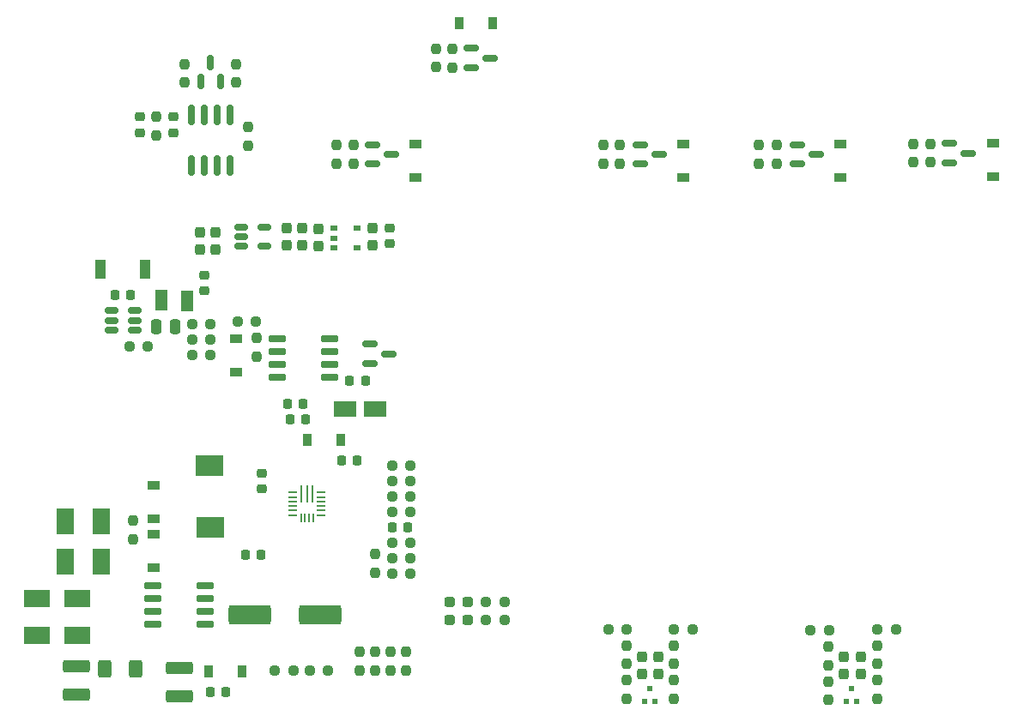
<source format=gbr>
%TF.GenerationSoftware,KiCad,Pcbnew,(6.0.8)*%
%TF.CreationDate,2023-11-14T22:22:02+13:00*%
%TF.ProjectId,Brain,42726169-6e2e-46b6-9963-61645f706362,rev?*%
%TF.SameCoordinates,Original*%
%TF.FileFunction,Paste,Top*%
%TF.FilePolarity,Positive*%
%FSLAX46Y46*%
G04 Gerber Fmt 4.6, Leading zero omitted, Abs format (unit mm)*
G04 Created by KiCad (PCBNEW (6.0.8)) date 2023-11-14 22:22:02*
%MOMM*%
%LPD*%
G01*
G04 APERTURE LIST*
G04 Aperture macros list*
%AMRoundRect*
0 Rectangle with rounded corners*
0 $1 Rounding radius*
0 $2 $3 $4 $5 $6 $7 $8 $9 X,Y pos of 4 corners*
0 Add a 4 corners polygon primitive as box body*
4,1,4,$2,$3,$4,$5,$6,$7,$8,$9,$2,$3,0*
0 Add four circle primitives for the rounded corners*
1,1,$1+$1,$2,$3*
1,1,$1+$1,$4,$5*
1,1,$1+$1,$6,$7*
1,1,$1+$1,$8,$9*
0 Add four rect primitives between the rounded corners*
20,1,$1+$1,$2,$3,$4,$5,0*
20,1,$1+$1,$4,$5,$6,$7,0*
20,1,$1+$1,$6,$7,$8,$9,0*
20,1,$1+$1,$8,$9,$2,$3,0*%
G04 Aperture macros list end*
%ADD10RoundRect,0.150000X-0.725000X-0.150000X0.725000X-0.150000X0.725000X0.150000X-0.725000X0.150000X0*%
%ADD11RoundRect,0.150000X-0.512500X-0.150000X0.512500X-0.150000X0.512500X0.150000X-0.512500X0.150000X0*%
%ADD12R,0.700000X0.510000*%
%ADD13R,0.203200X0.812800*%
%ADD14R,0.250012X1.699997*%
%ADD15R,0.812800X0.254000*%
%ADD16R,0.812800X0.203200*%
%ADD17RoundRect,0.150000X0.150000X-0.825000X0.150000X0.825000X-0.150000X0.825000X-0.150000X-0.825000X0*%
%ADD18RoundRect,0.250000X-0.400000X-0.625000X0.400000X-0.625000X0.400000X0.625000X-0.400000X0.625000X0*%
%ADD19RoundRect,0.237500X-0.237500X0.250000X-0.237500X-0.250000X0.237500X-0.250000X0.237500X0.250000X0*%
%ADD20RoundRect,0.237500X0.237500X-0.250000X0.237500X0.250000X-0.237500X0.250000X-0.237500X-0.250000X0*%
%ADD21RoundRect,0.237500X0.250000X0.237500X-0.250000X0.237500X-0.250000X-0.237500X0.250000X-0.237500X0*%
%ADD22RoundRect,0.237500X-0.250000X-0.237500X0.250000X-0.237500X0.250000X0.237500X-0.250000X0.237500X0*%
%ADD23RoundRect,0.150000X-0.587500X-0.150000X0.587500X-0.150000X0.587500X0.150000X-0.587500X0.150000X0*%
%ADD24R,2.800000X2.000000*%
%ADD25R,1.250000X2.000000*%
%ADD26RoundRect,0.250000X-1.075000X0.375000X-1.075000X-0.375000X1.075000X-0.375000X1.075000X0.375000X0*%
%ADD27RoundRect,0.250000X1.075000X-0.375000X1.075000X0.375000X-1.075000X0.375000X-1.075000X-0.375000X0*%
%ADD28R,1.200000X0.900000*%
%ADD29R,0.900000X1.200000*%
%ADD30R,0.500000X0.600000*%
%ADD31RoundRect,0.237500X-0.287500X-0.237500X0.287500X-0.237500X0.287500X0.237500X-0.287500X0.237500X0*%
%ADD32R,1.012800X1.905000*%
%ADD33R,1.800000X2.500000*%
%ADD34R,2.500000X1.800000*%
%ADD35RoundRect,0.150000X0.150000X-0.587500X0.150000X0.587500X-0.150000X0.587500X-0.150000X-0.587500X0*%
%ADD36RoundRect,0.237500X-0.237500X0.300000X-0.237500X-0.300000X0.237500X-0.300000X0.237500X0.300000X0*%
%ADD37RoundRect,0.225000X0.225000X0.250000X-0.225000X0.250000X-0.225000X-0.250000X0.225000X-0.250000X0*%
%ADD38RoundRect,0.250000X-1.825000X-0.700000X1.825000X-0.700000X1.825000X0.700000X-1.825000X0.700000X0*%
%ADD39RoundRect,0.225000X0.250000X-0.225000X0.250000X0.225000X-0.250000X0.225000X-0.250000X-0.225000X0*%
%ADD40RoundRect,0.225000X-0.225000X-0.250000X0.225000X-0.250000X0.225000X0.250000X-0.225000X0.250000X0*%
%ADD41RoundRect,0.250000X-0.250000X-0.475000X0.250000X-0.475000X0.250000X0.475000X-0.250000X0.475000X0*%
%ADD42R,2.200000X1.600000*%
%ADD43RoundRect,0.225000X-0.250000X0.225000X-0.250000X-0.225000X0.250000X-0.225000X0.250000X0.225000X0*%
G04 APERTURE END LIST*
D10*
%TO.C,Q1*%
X126457000Y-104009000D03*
X126457000Y-105279000D03*
X126457000Y-106549000D03*
X126457000Y-107819000D03*
X131607000Y-107819000D03*
X131607000Y-106549000D03*
X131607000Y-105279000D03*
X131607000Y-104009000D03*
%TD*%
D11*
%TO.C,U5*%
X122941500Y-93030000D03*
X122941500Y-93980000D03*
X122941500Y-94930000D03*
X125216500Y-94930000D03*
X125216500Y-93030000D03*
%TD*%
D12*
%TO.C,U4*%
X132063000Y-93144000D03*
X132063000Y-94094000D03*
X132063000Y-95044000D03*
X134383000Y-95044000D03*
X134383000Y-93144000D03*
%TD*%
D13*
%TO.C,U3*%
X129616000Y-121738000D03*
X130016000Y-121738000D03*
X129216000Y-121738000D03*
D14*
X129966000Y-119388000D03*
X128866000Y-119388000D03*
D13*
X128816000Y-121738000D03*
D14*
X129416000Y-119388000D03*
D15*
X128016000Y-121488000D03*
X128016000Y-119188000D03*
X130816000Y-121488000D03*
X130816000Y-119188000D03*
D16*
X128016000Y-120937999D03*
X128016000Y-120538000D03*
X128016000Y-120138000D03*
X128016000Y-119738001D03*
X130816000Y-120937999D03*
X130816000Y-120538000D03*
X130816000Y-120138000D03*
X130816000Y-119738001D03*
%TD*%
D11*
%TO.C,U2*%
X110109000Y-101285000D03*
X110109000Y-102235000D03*
X110109000Y-103185000D03*
X112384000Y-103185000D03*
X112384000Y-102235000D03*
X112384000Y-101285000D03*
%TD*%
D17*
%TO.C,U1*%
X117983000Y-86906500D03*
X119253000Y-86906500D03*
X120523000Y-86906500D03*
X121793000Y-86906500D03*
X121793000Y-81956500D03*
X120523000Y-81956500D03*
X119253000Y-81956500D03*
X117983000Y-81956500D03*
%TD*%
D18*
%TO.C,RV1*%
X112522000Y-136652000D03*
X109422000Y-136652000D03*
%TD*%
D19*
%TO.C,R49*%
X190881000Y-84812500D03*
X190881000Y-86637500D03*
%TD*%
%TO.C,R48*%
X160274000Y-84939500D03*
X160274000Y-86764500D03*
%TD*%
D20*
%TO.C,R47*%
X189230000Y-86637500D03*
X189230000Y-84812500D03*
%TD*%
%TO.C,R46*%
X158623000Y-86764500D03*
X158623000Y-84939500D03*
%TD*%
D19*
%TO.C,R45*%
X143764000Y-75438000D03*
X143764000Y-77263000D03*
%TD*%
D20*
%TO.C,R44*%
X142113000Y-77239500D03*
X142113000Y-75414500D03*
%TD*%
D19*
%TO.C,R43*%
X133985000Y-84939500D03*
X133985000Y-86764500D03*
%TD*%
%TO.C,R42*%
X175768000Y-84916000D03*
X175768000Y-86741000D03*
%TD*%
D20*
%TO.C,R41*%
X132334000Y-86764500D03*
X132334000Y-84939500D03*
%TD*%
%TO.C,R40*%
X173990000Y-86764500D03*
X173990000Y-84939500D03*
%TD*%
D21*
%TO.C,R39*%
X187475500Y-132715000D03*
X185650500Y-132715000D03*
%TD*%
%TO.C,R38*%
X167409500Y-132715000D03*
X165584500Y-132715000D03*
%TD*%
D22*
%TO.C,R37*%
X179046500Y-132842000D03*
X180871500Y-132842000D03*
%TD*%
%TO.C,R36*%
X159107500Y-132715000D03*
X160932500Y-132715000D03*
%TD*%
D20*
%TO.C,R35*%
X180848000Y-136294500D03*
X180848000Y-134469500D03*
%TD*%
%TO.C,R34*%
X185674000Y-136167500D03*
X185674000Y-134342500D03*
%TD*%
%TO.C,R33*%
X160909000Y-136167500D03*
X160909000Y-134342500D03*
%TD*%
%TO.C,R32*%
X165608000Y-136167500D03*
X165608000Y-134342500D03*
%TD*%
%TO.C,R31*%
X180848000Y-139700000D03*
X180848000Y-137875000D03*
%TD*%
%TO.C,R30*%
X185674000Y-139596500D03*
X185674000Y-137771500D03*
%TD*%
%TO.C,R29*%
X160909000Y-139596500D03*
X160909000Y-137771500D03*
%TD*%
%TO.C,R28*%
X165608000Y-139573000D03*
X165608000Y-137748000D03*
%TD*%
D19*
%TO.C,R27*%
X112235000Y-122019500D03*
X112235000Y-123844500D03*
%TD*%
D22*
%TO.C,R26*%
X131468500Y-136779000D03*
X129643500Y-136779000D03*
%TD*%
%TO.C,R25*%
X128039500Y-136779000D03*
X126214500Y-136779000D03*
%TD*%
%TO.C,R24*%
X137771500Y-125730000D03*
X139596500Y-125730000D03*
%TD*%
%TO.C,R23*%
X137771500Y-119634000D03*
X139596500Y-119634000D03*
%TD*%
%TO.C,R22*%
X139596500Y-127254000D03*
X137771500Y-127254000D03*
%TD*%
D19*
%TO.C,R21*%
X136144000Y-127150500D03*
X136144000Y-125325500D03*
%TD*%
D22*
%TO.C,R20*%
X148867500Y-130048000D03*
X147042500Y-130048000D03*
%TD*%
D21*
%TO.C,R19*%
X119882500Y-105664000D03*
X118057500Y-105664000D03*
%TD*%
D22*
%TO.C,R18*%
X118057500Y-104140000D03*
X119882500Y-104140000D03*
%TD*%
%TO.C,R17*%
X118057500Y-102616000D03*
X119882500Y-102616000D03*
%TD*%
%TO.C,R16*%
X139596500Y-124206000D03*
X137771500Y-124206000D03*
%TD*%
%TO.C,R15*%
X139596500Y-121154000D03*
X137771500Y-121154000D03*
%TD*%
D21*
%TO.C,R14*%
X113688500Y-104775000D03*
X111863500Y-104775000D03*
%TD*%
D19*
%TO.C,R13*%
X134620000Y-136802500D03*
X134620000Y-134977500D03*
%TD*%
D21*
%TO.C,R12*%
X147042500Y-131826000D03*
X148867500Y-131826000D03*
%TD*%
D20*
%TO.C,R11*%
X136144000Y-134977500D03*
X136144000Y-136802500D03*
%TD*%
D19*
%TO.C,R10*%
X137668000Y-136779000D03*
X137668000Y-134954000D03*
%TD*%
%TO.C,R9*%
X139192000Y-136802500D03*
X139192000Y-134977500D03*
%TD*%
D20*
%TO.C,R8*%
X124460000Y-105810500D03*
X124460000Y-103985500D03*
%TD*%
D21*
%TO.C,R7*%
X122531500Y-102358000D03*
X124356500Y-102358000D03*
%TD*%
D22*
%TO.C,R6*%
X139596500Y-118110000D03*
X137771500Y-118110000D03*
%TD*%
D21*
%TO.C,R5*%
X137771500Y-116586000D03*
X139596500Y-116586000D03*
%TD*%
D20*
%TO.C,R4*%
X122428000Y-78740000D03*
X122428000Y-76915000D03*
%TD*%
%TO.C,R3*%
X117348000Y-78740000D03*
X117348000Y-76915000D03*
%TD*%
D19*
%TO.C,R2*%
X123571000Y-83138000D03*
X123571000Y-84963000D03*
%TD*%
D20*
%TO.C,R1*%
X114554000Y-83947000D03*
X114554000Y-82122000D03*
%TD*%
D23*
%TO.C,Q7*%
X192737500Y-84775000D03*
X192737500Y-86675000D03*
X194612500Y-85725000D03*
%TD*%
%TO.C,Q6*%
X162257500Y-84902000D03*
X162257500Y-86802000D03*
X164132500Y-85852000D03*
%TD*%
%TO.C,Q5*%
X145620500Y-75377000D03*
X145620500Y-77277000D03*
X147495500Y-76327000D03*
%TD*%
%TO.C,Q4*%
X135841500Y-84902000D03*
X135841500Y-86802000D03*
X137716500Y-85852000D03*
%TD*%
%TO.C,Q3*%
X177751500Y-84902000D03*
X177751500Y-86802000D03*
X179626500Y-85852000D03*
%TD*%
D10*
%TO.C,Q2*%
X114232000Y-128393000D03*
X114232000Y-129663000D03*
X114232000Y-130933000D03*
X114232000Y-132203000D03*
X119382000Y-132203000D03*
X119382000Y-130933000D03*
X119382000Y-129663000D03*
X119382000Y-128393000D03*
%TD*%
D24*
%TO.C,L2*%
X119888000Y-122680000D03*
X119788000Y-116580000D03*
%TD*%
D25*
%TO.C,L1*%
X115057000Y-100230000D03*
X117607000Y-100330000D03*
%TD*%
D26*
%TO.C,F2*%
X116807000Y-136518000D03*
X116807000Y-139318000D03*
%TD*%
D27*
%TO.C,F1*%
X106680000Y-139195000D03*
X106680000Y-136395000D03*
%TD*%
D28*
%TO.C,D21*%
X197104000Y-84710000D03*
X197104000Y-88010000D03*
%TD*%
%TO.C,D20*%
X166497000Y-88137000D03*
X166497000Y-84837000D03*
%TD*%
D29*
%TO.C,D19*%
X144400000Y-72898000D03*
X147700000Y-72898000D03*
%TD*%
D28*
%TO.C,D18*%
X140081000Y-88137000D03*
X140081000Y-84837000D03*
%TD*%
%TO.C,D17*%
X181991000Y-84837000D03*
X181991000Y-88137000D03*
%TD*%
D30*
%TO.C,D16*%
X182634000Y-139842000D03*
X183634000Y-139842000D03*
X183134000Y-138542000D03*
%TD*%
%TO.C,D15*%
X162695000Y-139842000D03*
X163695000Y-139842000D03*
X163195000Y-138542000D03*
%TD*%
D29*
%TO.C,D14*%
X119729000Y-136902000D03*
X123029000Y-136902000D03*
%TD*%
D28*
%TO.C,D13*%
X114267000Y-126614000D03*
X114267000Y-123314000D03*
%TD*%
%TO.C,D12*%
X114267000Y-121788000D03*
X114267000Y-118488000D03*
%TD*%
D31*
%TO.C,D11*%
X145274000Y-130048000D03*
X143524000Y-130048000D03*
%TD*%
D32*
%TO.C,D10*%
X113447500Y-97155000D03*
X109056500Y-97155000D03*
%TD*%
D29*
%TO.C,D9*%
X132714000Y-114042000D03*
X129414000Y-114042000D03*
%TD*%
D31*
%TO.C,D8*%
X145274000Y-131826000D03*
X143524000Y-131826000D03*
%TD*%
D28*
%TO.C,D7*%
X122428000Y-107310000D03*
X122428000Y-104010000D03*
%TD*%
D33*
%TO.C,D6*%
X109093000Y-122079000D03*
X109093000Y-126079000D03*
%TD*%
%TO.C,D5*%
X105537000Y-126079000D03*
X105537000Y-122079000D03*
%TD*%
D34*
%TO.C,D4*%
X106775000Y-129667000D03*
X102775000Y-129667000D03*
%TD*%
%TO.C,D3*%
X102775000Y-133350000D03*
X106775000Y-133350000D03*
%TD*%
D23*
%TO.C,D2*%
X135587500Y-104587000D03*
X135587500Y-106487000D03*
X137462500Y-105537000D03*
%TD*%
D35*
%TO.C,D1*%
X118938000Y-78638000D03*
X120838000Y-78638000D03*
X119888000Y-76763000D03*
%TD*%
D36*
%TO.C,C27*%
X184023000Y-135408500D03*
X184023000Y-137133500D03*
%TD*%
%TO.C,C26*%
X164084000Y-135408500D03*
X164084000Y-137133500D03*
%TD*%
%TO.C,C25*%
X182372000Y-135408500D03*
X182372000Y-137133500D03*
%TD*%
%TO.C,C24*%
X162433000Y-135408500D03*
X162433000Y-137133500D03*
%TD*%
%TO.C,C23*%
X127381000Y-93117500D03*
X127381000Y-94842500D03*
%TD*%
%TO.C,C22*%
X135890000Y-93104500D03*
X135890000Y-94829500D03*
%TD*%
%TO.C,C21*%
X130556000Y-93205000D03*
X130556000Y-94930000D03*
%TD*%
%TO.C,C20*%
X120396000Y-93525000D03*
X120396000Y-95250000D03*
%TD*%
%TO.C,C19*%
X128905000Y-93117500D03*
X128905000Y-94842500D03*
%TD*%
%TO.C,C18*%
X118872000Y-95250000D03*
X118872000Y-93525000D03*
%TD*%
D37*
%TO.C,C17*%
X119842000Y-138934000D03*
X121392000Y-138934000D03*
%TD*%
%TO.C,C16*%
X139332000Y-122682000D03*
X137782000Y-122682000D03*
%TD*%
D38*
%TO.C,C15*%
X130696000Y-131314000D03*
X123746000Y-131314000D03*
%TD*%
D39*
%TO.C,C14*%
X119253000Y-99327000D03*
X119253000Y-97777000D03*
%TD*%
D37*
%TO.C,C13*%
X124854000Y-125349000D03*
X123304000Y-125349000D03*
%TD*%
D39*
%TO.C,C12*%
X124968000Y-117331000D03*
X124968000Y-118881000D03*
%TD*%
D40*
%TO.C,C11*%
X129299000Y-112010000D03*
X127749000Y-112010000D03*
%TD*%
%TO.C,C10*%
X110477000Y-99695000D03*
X112027000Y-99695000D03*
%TD*%
%TO.C,C9*%
X129032000Y-110486000D03*
X127482000Y-110486000D03*
%TD*%
D41*
%TO.C,C8*%
X114493000Y-102870000D03*
X116393000Y-102870000D03*
%TD*%
D37*
%TO.C,C7*%
X132829000Y-116074000D03*
X134379000Y-116074000D03*
%TD*%
D42*
%TO.C,C6*%
X136120000Y-110994000D03*
X133120000Y-110994000D03*
%TD*%
D37*
%TO.C,C4*%
X135154000Y-108200000D03*
X133604000Y-108200000D03*
%TD*%
D43*
%TO.C,C3*%
X116205000Y-82132500D03*
X116205000Y-83682500D03*
%TD*%
%TO.C,C2*%
X112903000Y-82132500D03*
X112903000Y-83682500D03*
%TD*%
%TO.C,C1*%
X137541000Y-93078000D03*
X137541000Y-94628000D03*
%TD*%
M02*

</source>
